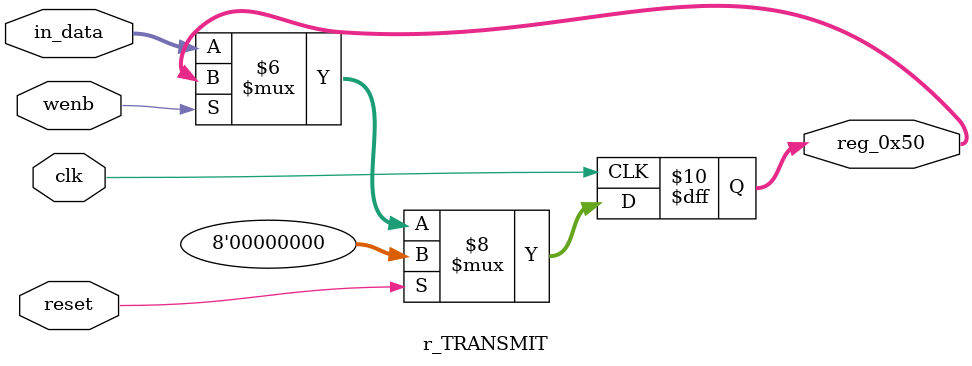
<source format=v>
module r_TRANSMIT(output reg [7:0] reg_0x50, input wire reset, input wire wenb, input wire [7:0] in_data, input wire clk);
	always@(posedge clk)
	begin
		if(reset==0) begin
			if(wenb==0)
				reg_0x50<=in_data;
			else
				reg_0x50<=reg_0x50;
		end
		else
			reg_0x50<=8'h00;
	end
endmodule
</source>
